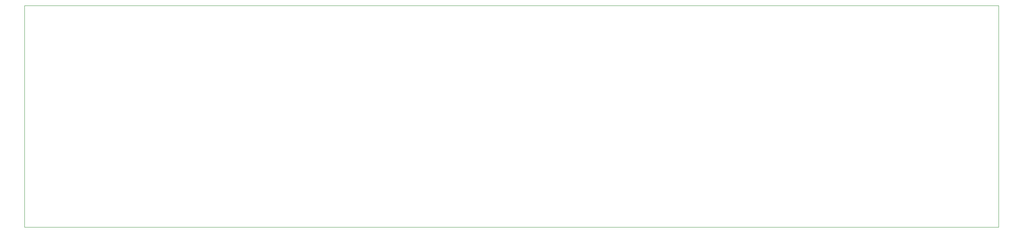
<source format=gbr>
%TF.GenerationSoftware,KiCad,Pcbnew,7.0.7*%
%TF.CreationDate,2024-04-10T14:30:17-07:00*%
%TF.ProjectId,hv-pcb-v1,68762d70-6362-42d7-9631-2e6b69636164,rev?*%
%TF.SameCoordinates,Original*%
%TF.FileFunction,Profile,NP*%
%FSLAX46Y46*%
G04 Gerber Fmt 4.6, Leading zero omitted, Abs format (unit mm)*
G04 Created by KiCad (PCBNEW 7.0.7) date 2024-04-10 14:30:17*
%MOMM*%
%LPD*%
G01*
G04 APERTURE LIST*
%TA.AperFunction,Profile*%
%ADD10C,0.100000*%
%TD*%
G04 APERTURE END LIST*
D10*
X39832000Y-96386000D02*
X262451000Y-96386000D01*
X39832000Y-147186000D02*
X39832000Y-96386000D01*
X262451000Y-96386000D02*
X262451000Y-147186000D01*
X262449000Y-147186000D02*
X39832000Y-147186000D01*
M02*

</source>
